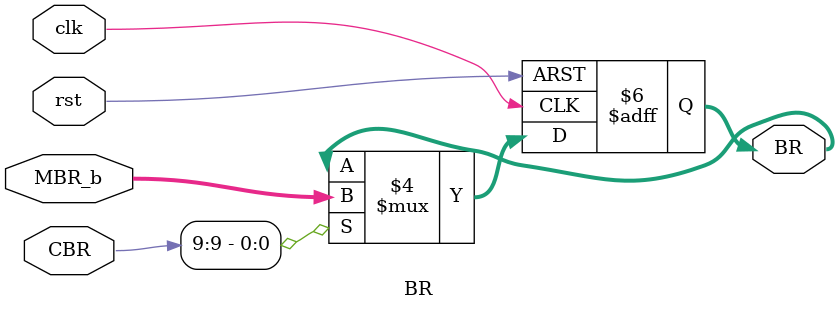
<source format=v>
`timescale 1ns / 1ps


module BR(
input clk,
input rst,
input [21:0] CBR,
input [15:0] MBR_b,
output reg signed [15:0] BR
    );
    
    initial begin
        BR <=0;
    end
    
    always@(posedge clk or negedge rst)
    begin
        if(~rst)    
        begin
            BR <=0;
        end
        else if(CBR[9])
        begin
            BR[15:0] <= MBR_b[15:0];
        end
    end
endmodule

</source>
